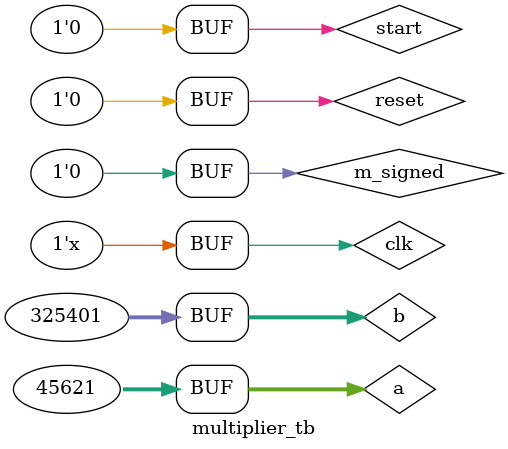
<source format=v>
/*
 * file: multiplier_tb.v
 */


module multiplier_tb ();
	reg clk, reset, start, m_signed;
	reg [31:0] a, b;
	wire ready, done;
	wire [63:0] p;

	multiplier #(32) m2(clk, reset, start, m_signed, a, b, ready, done, p);

	always begin #10 clk = ~clk; end

	initial begin
		clk <= 1;
		reset <= 1;
		start <= 0;
		m_signed <= 1;
		#10
		reset <= 0;
		start <= 1;
		#10
		a <= 32973;
		b <= -492901;
		#660
		reset <= 1;
		#10
		reset <= 0;
		#10
		a <= -971436;
		b <= -78525;
		start <= 1;
		#10
		start <= 0;
		#660
		reset <= 1;
		#20
		reset <= 0;
		#10
		start <= 1;
		m_signed <= 0;
		a <= 45621;
		b <= 325401;
		#660
		start <= 0;
	end

endmodule

</source>
